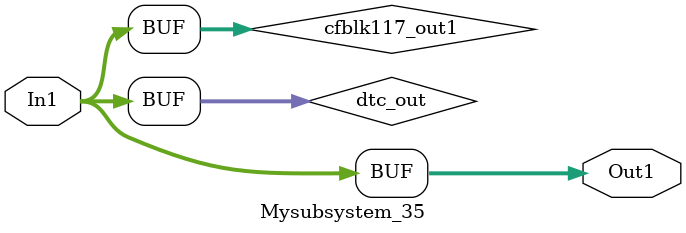
<source format=v>



`timescale 1 ns / 1 ns

module Mysubsystem_35
          (In1,
           Out1);


  input   [7:0] In1;  // uint8
  output  [7:0] Out1;  // uint8


  wire [7:0] dtc_out;  // ufix8
  wire [7:0] cfblk117_out1;  // uint8


  assign dtc_out = In1;



  assign cfblk117_out1 = dtc_out;



  assign Out1 = cfblk117_out1;

endmodule  // Mysubsystem_35


</source>
